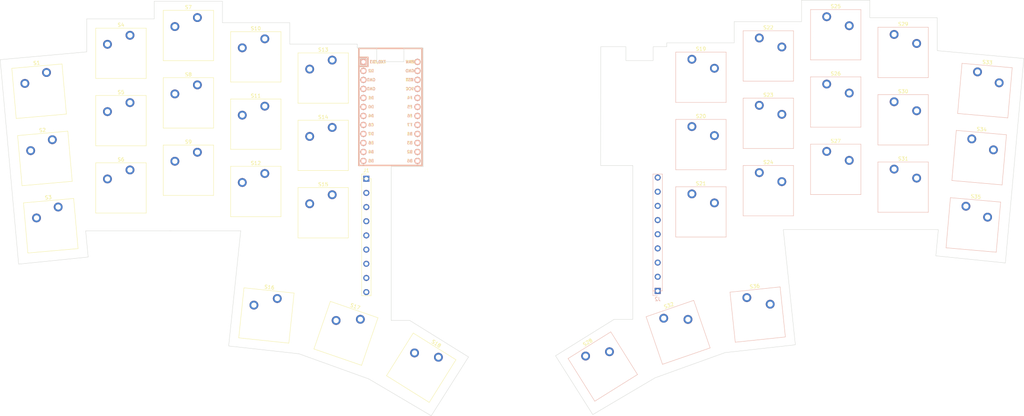
<source format=kicad_pcb>
(kicad_pcb (version 20221018) (generator pcbnew)
  (layers (0 "F.Cu" signal) (31 "B.Cu" signal) (34 "B.Paste" user) (35 "F.Paste" user) (36 "B.SilkS" user "B.Silkscreen") (37 "F.SilkS" user "F.Silkscreen") (38 "B.Mask" user) (39 "F.Mask" user) (44 "Edge.Cuts" user))
  (net 0 "")
  (net 1 "R4")
  (net 2 "Net-(D1-A)")
  (net 3 "Net-(D2-A)")
  (net 4 "Net-(D3-A)")
  (net 5 "Net-(D4-A)")
  (net 7 "Net-(D5-A)")
  (net 8 "R3")
  (net 9 "Net-(D6-A)")
  (net 10 "Net-(D7-A)")
  (net 11 "Net-(D8-A)")
  (net 12 "Net-(D9-A)")
  (net 13 "Net-(D10-A)")
  (net 14 "R2")
  (net 15 "Net-(D11-A)")
  (net 16 "Net-(D12-A)")
  (net 17 "Net-(D13-A)")
  (net 18 "Net-(D14-A)")
  (net 19 "Net-(D15-A)")
  (net 20 "R1")
  (net 21 "Net-(D16-A)")
  (net 22 "Net-(D17-A)")
  (net 23 "Net-(D18-A)")
  (net 24 "Net-(D19-A)")
  (net 25 "Net-(D20-A)")
  (net 26 "Net-(D21-A)")
  (net 27 "Net-(D22-A)")
  (net 28 "Net-(D23-A)")
  (net 29 "Net-(D24-A)")
  (net 30 "Net-(D25-A)")
  (net 31 "Net-(D26-A)")
  (net 32 "Net-(D27-A)")
  (net 33 "Net-(D28-A)")
  (net 34 "Net-(D29-A)")
  (net 35 "Net-(D30-A)")
  (net 36 "Net-(D31-A)")
  (net 37 "Net-(D32-A)")
  (net 38 "Net-(D33-A)")
  (net 39 "Net-(D34-A)")
  (net 40 "Net-(D35-A)")
  (net 41 "Net-(D36-A)")
  (net 42 "C6")
  (net 43 "C7")
  (net 44 "C8")
  (net 45 "C9")
  (net 46 "C10")
  (net 47 "C1")
  (net 48 "C2")
  (net 49 "C3")
  (net 50 "C4")
  (net 51 "C5")
  (footprint "Switch_Keyboard_Cherry_MX:SW_Cherry_MX_PCB_1.00u" (layer "F.Cu") (at 61.847381 70.603631)
    (fp_text reference "S8" (at 0 -8) (layer "F.SilkS"))
    (fp_text value "SW_Push")
    (pad "" np_thru_hole circle (at -5.08 0) (size 1.75 1.75) (drill 1.75) (layers "*.Cu" "*.Mask"))
    (pad "" np_thru_hole circle (at 0 0) (size 4 4) (drill 4) (layers "*.Cu" "*.Mask"))
    (pad "" np_thru_hole circle (at 5.08 0) (size 1.75 1.75) (drill 1.75) (layers "*.Cu" "*.Mask"))
    (pad "1" thru_hole circle (at -3.81 -2.54) (size 2.5 2.5) (drill 1.5) (layers "*.Cu" "B.Mask") (net 49 "C3"))
    (pad "2" thru_hole circle (at 2.54 -5.08) (size 2.5 2.5) (drill 1.5) (layers "*.Cu" "B.Mask") (net 11 "Net-(D8-A)"))
  )
  (footprint "Switch_Keyboard_Cherry_MX:SW_Cherry_MX_PCB_1.00u" (layer "F.Cu") (at 80.847381 76.603631)
    (fp_text reference "S11" (at 0 -8) (layer "F.SilkS"))
    (fp_text value "SW_Push")
    (pad "" np_thru_hole circle (at -5.08 0) (size 1.75 1.75) (drill 1.75) (layers "*.Cu" "*.Mask"))
    (pad "" np_thru_hole circle (at 0 0) (size 4 4) (drill 4) (layers "*.Cu" "*.Mask"))
    (pad "" np_thru_hole circle (at 5.08 0) (size 1.75 1.75) (drill 1.75) (layers "*.Cu" "*.Mask"))
    (pad "1" thru_hole circle (at -3.81 -2.54) (size 2.5 2.5) (drill 1.5) (layers "*.Cu" "B.Mask") (net 50 "C4"))
    (pad "2" thru_hole circle (at 2.54 -5.08) (size 2.5 2.5) (drill 1.5) (layers "*.Cu" "B.Mask") (net 12 "Net-(D9-A)"))
  )
  (footprint "Switch_Keyboard_Cherry_MX:SW_Cherry_MX_PCB_1.00u" (layer "F.Cu") (at 21.41117 86.275179 5)
    (fp_text reference "S2" (at 0 -8 5) (layer "F.SilkS"))
    (fp_text value "SW_Push")
    (pad "" np_thru_hole circle (at -5.08 0 5) (size 1.75 1.75) (drill 1.75) (layers "*.Cu" "*.Mask"))
    (pad "" np_thru_hole circle (at 0 0 5) (size 4 4) (drill 4) (layers "*.Cu" "*.Mask"))
    (pad "" np_thru_hole circle (at 5.08 0 5) (size 1.75 1.75) (drill 1.75) (layers "*.Cu" "*.Mask"))
    (pad "1" thru_hole circle (at -3.81 -2.54 5) (size 2.5 2.5) (drill 1.5) (layers "*.Cu" "B.Mask") (net 47 "C1"))
    (pad "2" thru_hole circle (at 2.54 -5.08 5) (size 2.5 2.5) (drill 1.5) (layers "*.Cu" "B.Mask") (net 9 "Net-(D6-A)"))
  )
  (footprint "Switch_Keyboard_Cherry_MX:SW_Cherry_MX_PCB_1.00u" (layer "F.Cu") (at 42.847381 75.603631)
    (fp_text reference "S5" (at 0 -8) (layer "F.SilkS"))
    (fp_text value "SW_Push")
    (pad "" np_thru_hole circle (at -5.08 0) (size 1.75 1.75) (drill 1.75) (layers "*.Cu" "*.Mask"))
    (pad "" np_thru_hole circle (at 0 0) (size 4 4) (drill 4) (layers "*.Cu" "*.Mask"))
    (pad "" np_thru_hole circle (at 5.08 0) (size 1.75 1.75) (drill 1.75) (layers "*.Cu" "*.Mask"))
    (pad "1" thru_hole circle (at -3.81 -2.54) (size 2.5 2.5) (drill 1.5) (layers "*.Cu" "B.Mask") (net 48 "C2"))
    (pad "2" thru_hole circle (at 2.54 -5.08) (size 2.5 2.5) (drill 1.5) (layers "*.Cu" "B.Mask") (net 10 "Net-(D7-A)"))
  )
  (footprint "Switch_Keyboard_Cherry_MX:SW_Cherry_MX_PCB_1.00u" (layer "F.Cu") (at 42.847381 94.603631)
    (fp_text reference "S6" (at 0 -8) (layer "F.SilkS"))
    (fp_text value "SW_Push")
    (pad "" np_thru_hole circle (at -5.08 0) (size 1.75 1.75) (drill 1.75) (layers "*.Cu" "*.Mask"))
    (pad "" np_thru_hole circle (at 0 0) (size 4 4) (drill 4) (layers "*.Cu" "*.Mask"))
    (pad "" np_thru_hole circle (at 5.08 0) (size 1.75 1.75) (drill 1.75) (layers "*.Cu" "*.Mask"))
    (pad "1" thru_hole circle (at -3.81 -2.54) (size 2.5 2.5) (drill 1.5) (layers "*.Cu" "B.Mask") (net 48 "C2"))
    (pad "2" thru_hole circle (at 2.54 -5.08) (size 2.5 2.5) (drill 1.5) (layers "*.Cu" "B.Mask") (net 16 "Net-(D12-A)"))
  )
  (footprint "Switch_Keyboard_Cherry_MX:SW_Cherry_MX_PCB_1.00u" (layer "F.Cu") (at 19.773893 67.305414 5)
    (fp_text reference "S1" (at 0 -8 5) (layer "F.SilkS"))
    (fp_text value "SW_Push")
    (pad "" np_thru_hole circle (at -5.08 0 5) (size 1.75 1.75) (drill 1.75) (layers "*.Cu" "*.Mask"))
    (pad "" np_thru_hole circle (at 0 0 5) (size 4 4) (drill 4) (layers "*.Cu" "*.Mask"))
    (pad "" np_thru_hole circle (at 5.08 0 5) (size 1.75 1.75) (drill 1.75) (layers "*.Cu" "*.Mask"))
    (pad "1" thru_hole circle (at -3.81 -2.54 5) (size 2.5 2.5) (drill 1.5) (layers "*.Cu" "B.Mask") (net 47 "C1"))
    (pad "2" thru_hole circle (at 2.54 -5.08 5) (size 2.5 2.5) (drill 1.5) (layers "*.Cu" "B.Mask") (net 2 "Net-(D1-A)"))
  )
  (footprint "Switch_Keyboard_Cherry_MX:SW_Cherry_MX_PCB_1.00u" (layer "F.Cu") (at 61.847381 51.603631)
    (fp_text reference "S7" (at 0 -8) (layer "F.SilkS"))
    (fp_text value "SW_Push")
    (pad "" np_thru_hole circle (at -5.08 0) (size 1.75 1.75) (drill 1.75) (layers "*.Cu" "*.Mask"))
    (pad "" np_thru_hole circle (at 0 0) (size 4 4) (drill 4) (layers "*.Cu" "*.Mask"))
    (pad "" np_thru_hole circle (at 5.08 0) (size 1.75 1.75) (drill 1.75) (layers "*.Cu" "*.Mask"))
    (pad "1" thru_hole circle (at -3.81 -2.54) (size 2.5 2.5) (drill 1.5) (layers "*.Cu" "B.Mask") (net 49 "C3"))
    (pad "2" thru_hole circle (at 2.54 -5.08) (size 2.5 2.5) (drill 1.5) (layers "*.Cu" "B.Mask") (net 4 "Net-(D3-A)"))
  )
  (footprint "Switch_Keyboard_Cherry_MX:SW_Cherry_MX_PCB_1.00u" (layer "F.Cu") (at 83.842328 130.592039 -6)
    (fp_text reference "S16" (at 0 -8 174) (layer "F.SilkS"))
    (fp_text value "SW_Push")
    (pad "" np_thru_hole circle (at -5.08 0 354) (size 1.75 1.75) (drill 1.75) (layers "*.Cu" "*.Mask"))
    (pad "" np_thru_hole circle (at 0 0 354) (size 4 4) (drill 4) (layers "*.Cu" "*.Mask"))
    (pad "" np_thru_hole circle (at 5.08 0 354) (size 1.75 1.75) (drill 1.75) (layers "*.Cu" "*.Mask"))
    (pad "1" thru_hole circle (at -3.81 -2.54 354) (size 2.5 2.5) (drill 1.5) (layers "*.Cu" "B.Mask") (net 49 "C3"))
    (pad "2" thru_hole circle (at 2.54 -5.08 354) (size 2.5 2.5) (drill 1.5) (layers "*.Cu" "B.Mask") (net 21 "Net-(D16-A)"))
  )
  (footprint "Switch_Keyboard_Cherry_MX:SW_Cherry_MX_PCB_1.00u" (layer "F.Cu") (at 80.847381 57.603631)
    (fp_text reference "S10" (at 0 -8) (layer "F.SilkS"))
    (fp_text value "SW_Push")
    (pad "" np_thru_hole circle (at -5.08 0) (size 1.75 1.75) (drill 1.75) (layers "*.Cu" "*.Mask"))
    (pad "" np_thru_hole circle (at 0 0) (size 4 4) (drill 4) (layers "*.Cu" "*.Mask"))
    (pad "" np_thru_hole circle (at 5.08 0) (size 1.75 1.75) (drill 1.75) (layers "*.Cu" "*.Mask"))
    (pad "1" thru_hole circle (at -3.81 -2.54) (size 2.5 2.5) (drill 1.5) (layers "*.Cu" "B.Mask") (net 50 "C4"))
    (pad "2" thru_hole circle (at 2.54 -5.08) (size 2.5 2.5) (drill 1.5) (layers "*.Cu" "B.Mask") (net 5 "Net-(D4-A)"))
  )
  (footprint "Switch_Keyboard_Cherry_MX:SW_Cherry_MX_PCB_1.00u" (layer "F.Cu") (at 127.475976 145.33504 -32)
    (fp_text reference "S18" (at 0 -8 148) (layer "F.SilkS"))
    (fp_text value "SW_Push")
    (pad "" np_thru_hole circle (at -5.08 0 328) (size 1.75 1.75) (drill 1.75) (layers "*.Cu" "*.Mask"))
    (pad "" np_thru_hole circle (at 0 0 328) (size 4 4) (drill 4) (layers "*.Cu" "*.Mask"))
    (pad "" np_thru_hole circle (at 5.08 0 328) (size 1.75 1.75) (drill 1.75) (layers "*.Cu" "*.Mask"))
    (pad "1" thru_hole circle (at -3.81 -2.54 328) (size 2.5 2.5) (drill 1.5) (layers "*.Cu" "B.Mask") (net 51 "C5"))
    (pad "2" thru_hole circle (at 2.54 -5.08 328) (size 2.5 2.5) (drill 1.5) (layers "*.Cu" "B.Mask") (net 23 "Net-(D18-A)"))
  )
  (footprint "Switch_Keyboard_Cherry_MX:SW_Cherry_MX_PCB_1.00u" (layer "F.Cu") (at 42.847381 56.603631)
    (fp_text reference "S4" (at 0 -8) (layer "F.SilkS"))
    (fp_text value "SW_Push")
    (pad "" np_thru_hole circle (at -5.08 0) (size 1.75 1.75) (drill 1.75) (layers "*.Cu" "*.Mask"))
    (pad "" np_thru_hole circle (at 0 0) (size 4 4) (drill 4) (layers "*.Cu" "*.Mask"))
    (pad "" np_thru_hole circle (at 5.08 0) (size 1.75 1.75) (drill 1.75) (layers "*.Cu" "*.Mask"))
    (pad "1" thru_hole circle (at -3.81 -2.54) (size 2.5 2.5) (drill 1.5) (layers "*.Cu" "B.Mask") (net 48 "C2"))
    (pad "2" thru_hole circle (at 2.54 -5.08) (size 2.5 2.5) (drill 1.5) (layers "*.Cu" "B.Mask") (net 3 "Net-(D2-A)"))
  )
  (footprint "Switch_Keyboard_Cherry_MX:SW_Cherry_MX_PCB_1.00u" (layer "F.Cu") (at 106.260952 135.641185 -19)
    (fp_text reference "S17" (at 0 -8 161) (layer "F.SilkS"))
    (fp_text value "SW_Push")
    (pad "" np_thru_hole circle (at -5.08 0 341) (size 1.75 1.75) (drill 1.75) (layers "*.Cu" "*.Mask"))
    (pad "" np_thru_hole circle (at 0 0 341) (size 4 4) (drill 4) (layers "*.Cu" "*.Mask"))
    (pad "" np_thru_hole circle (at 5.08 0 341) (size 1.75 1.75) (drill 1.75) (layers "*.Cu" "*.Mask"))
    (pad "1" thru_hole circle (at -3.81 -2.54 341) (size 2.5 2.5) (drill 1.5) (layers "*.Cu" "B.Mask") (net 50 "C4"))
    (pad "2" thru_hole circle (at 2.54 -5.08 341) (size 2.5 2.5) (drill 1.5) (layers "*.Cu" "B.Mask") (net 22 "Net-(D17-A)"))
  )
  (footprint "MX:1x9 4mm" (layer "F.Cu") (at 112 92)
    (fp_text reference "J1" (at 0 -2.33) (layer "F.SilkS"))
    (fp_text value "Conn_01x09")
    (pad "1" thru_hole rect (at 0 0) (size 1.7 1.7) (drill 1) (layers "*.Cu" "*.Mask") (net 20 "R1"))
    (pad "2" thru_hole oval (at 0 4) (size 1.7 1.7) (drill 1) (layers "*.Cu" "*.Mask") (net 14 "R2"))
    (pad "3" thru_hole oval (at 0 8) (size 1.7 1.7) (drill 1) (layers "*.Cu" "*.Mask") (net 8 "R3"))
    (pad "4" thru_hole oval (at 0 12) (size 1.7 1.7) (drill 1) (layers "*.Cu" "*.Mask") (net 1 "R4"))
    (pad "5" thru_hole oval (at 0 16) (size 1.7 1.7) (drill 1) (layers "*.Cu" "*.Mask") (net 42 "C6"))
    (pad "6" thru_hole oval (at 0 20) (size 1.7 1.7) (drill 1) (layers "*.Cu" "*.Mask") (net 43 "C7"))
    (pad "7" thru_hole oval (at 0 24) (size 1.7 1.7) (drill 1) (layers "*.Cu" "*.Mask") (net 44 "C8"))
    (pad "8" thru_hole oval (at 0 28) (size 1.7 1.7) (drill 1) (layers "*.Cu" "*.Mask") (net 45 "C9"))
    (pad "9" thru_hole oval (at 0 32) (size 1.7 1.7) (drill 1) (layers "*.Cu" "*.Mask") (net 46 "C10"))
  )
  (footprint "Switch_Keyboard_Cherry_MX:SW_Cherry_MX_PCB_1.00u" (layer "F.Cu") (at 23.059801 105.263719 5)
    (fp_text reference "S3" (at 0 -8 5) (layer "F.SilkS"))
    (fp_text value "SW_Push")
    (pad "" np_thru_hole circle (at -5.08 0 5) (size 1.75 1.75) (drill 1.75) (layers "*.Cu" "*.Mask"))
    (pad "" np_thru_hole circle (at 0 0 5) (size 4 4) (drill 4) (layers "*.Cu" "*.Mask"))
    (pad "" np_thru_hole circle (at 5.08 0 5) (size 1.75 1.75) (drill 1.75) (layers "*.Cu" "*.Mask"))
    (pad "1" thru_hole circle (at -3.81 -2.54 5) (size 2.5 2.5) (drill 1.5) (layers "*.Cu" "B.Mask") (net 47 "C1"))
    (pad "2" thru_hole circle (at 2.54 -5.08 5) (size 2.5 2.5) (drill 1.5) (layers "*.Cu" "B.Mask") (net 15 "Net-(D11-A)"))
  )
  (footprint "Switch_Keyboard_Cherry_MX:SW_Cherry_MX_PCB_1.00u" (layer "F.Cu") (at 99.847381 82.603631)
    (fp_text reference "S14" (at 0 -8) (layer "F.SilkS"))
    (fp_text value "SW_Push")
    (pad "" np_thru_hole circle (at -5.08 0) (size 1.75 1.75) (drill 1.75) (layers "*.Cu" "*.Mask"))
    (pad "" np_thru_hole circle (at 0 0) (size 4 4) (drill 4) (layers "*.Cu" "*.Mask"))
    (pad "" np_thru_hole circle (at 5.08 0) (size 1.75 1.75) (drill 1.75) (layers "*.Cu" "*.Mask"))
    (pad "1" thru_hole circle (at -3.81 -2.54) (size 2.5 2.5) (drill 1.5) (layers "*.Cu" "B.Mask") (net 51 "C5"))
    (pad "2" thru_hole circle (at 2.54 -5.08) (size 2.5 2.5) (drill 1.5) (layers "*.Cu" "B.Mask") (net 13 "Net-(D10-A)"))
  )
  (footprint "Keebio-Parts:ArduinoProMicro" (layer "F.Cu") (at 118.8 73 -90)
    (fp_text reference "U2" hide)
    (fp_text value "ProMicro" hide)
    (fp_text user "F5" (at -1.27 -5.461) (layer "B.SilkS") (effects (font (size 0.8 0.8)) (justify mirror)))
    (fp_text user "VCC" (at -6.35 -5.461) (layer "B.SilkS") (effects (font (size 0.8 0.8)) (justify mirror)))
    (fp_text user "E6" (at 8.89 5.461) (layer "B.SilkS") (effects (font (size 0.8 0.8)) (justify mirror)))
    (fp_text user "F4" (at -3.81 -5.461) (layer "B.SilkS") (effects (font (size 0.8 0.8)) (justify mirror)))
    (fp_text user "F7" (at 3.81 -5.461) (layer "B.SilkS") (effects (font (size 0.8 0.8)) (justify mirror)))
    (fp_text user "C6" (at 3.81 5.461) (layer "B.SilkS") (effects (font (size 0.8 0.8)) (justify mirror)))
    (fp_text user "ST" (at -8.91 -5.04) (layer "B.SilkS") (effects (font (size 0.8 0.8)) (justify mirror)))
    (fp_text user "B3" (at 8.89 -5.461) (layer "B.SilkS") (effects (font (size 0.8 0.8)) (justify mirror)))
    (fp_text user "B4" (at 11.43 5.461) (layer "B.SilkS") (effects (font (size 0.8 0.8)) (justify mirror)))
    (fp_text user "F6" (at 1.27 -5.461) (layer "B.SilkS") (effects (font (size 0.8 0.8)) (justify mirror)))
    (fp_text user "D4" (at 1.27 5.461) (layer "B.SilkS") (effects (font (size 0.8 0.8)) (justify mirror)))
    (fp_text user "RAW" (at -13.97 -5.461) (layer "B.SilkS") (effects (font (size 0.8 0.8)) (justify mirror)))
    (fp_text user "D0" (at -1.27 5.461) (layer "B.SilkS") (effects (font (size 0.8 0.8)) (justify mirror)))
    (fp_text user "D7" (at 6.35 5.461) (layer "B.SilkS") (effects (font (size 0.8 0.8)) (justify mirror)))
    (fp_text user "B5" (at 13.97 5.461) (layer "B.SilkS") (effects (font (size 0.8 0.8)) (justify mirror)))
    (fp_text user "GND" (at -6.35 5.461) (layer "B.SilkS") (effects (font (size 0.8 0.8)) (justify mirror)))
    (fp_text user "B1" (at 6.35 -5.461) (layer "B.SilkS") (effects (font (size 0.8 0.8)) (justify mirror)))
    (fp_text user "D1" (at -3.81 5.461) (layer "B.SilkS") (effects (font (size 0.8 0.8)) (justify mirror)))
    (fp_text user "TX0/D3" (at -13.97 3.571872) (layer "B.SilkS") (effects (font (size 0.8 0.8)) (justify mirror)))
    (fp_text user "GND" (at -11.43 -5.461) (layer "B.SilkS") (effects (font (size 0.8 0.8)) (justify mirror)))
    (fp_text user "GND" (at -8.89 5.461) (layer "B.SilkS") (effects (font (size 0.8 0.8)) (justify mirror)))
    (fp_text user "B6" (at 13.97 -5.461) (layer "B.SilkS") (effects (font (size 0.8 0.8)) (justify mirror)))
    (fp_text user "D2" (at -11.43 5.461) (layer "B.SilkS") (effects (font (size 0.8 0.8)) (justify mirror)))
    (fp_text user "B2" (at 11.43 -5.461) (layer "B.SilkS") (effects (font (size 0.8 0.8)) (justify mirror)))
    (fp_text user "F6" (at 1.27 -5.461) (layer "F.SilkS") (effects (font (size 0.8 0.8))))
    (fp_text user "B4" (at 11.43 5.461) (layer "F.SilkS") (effects (font (size 0.8 0.8))))
    (fp_text user "B1" (at 6.35 -5.461) (layer "F.SilkS") (effects (font (size 0.8 0.8))))
    (fp_text user "B0" (at -13.97 -6.35) (layer "F.SilkS") (effects (font (size 0.8 0.8))))
    (fp_text user "VCC" (at -6.35 -5.461) (layer "F.SilkS") (effects (font (size 0.8 0.8))))
    (fp_text user "F5" (at -1.27 -5.461) (layer "F.SilkS") (effects (font (size 0.8 0.8))))
    (fp_text user "RAW" (at -13.97 -5.461) (layer "F.SilkS") (effects (font (size 0.8 0.8))))
    (fp_text user "TX0/D3" (at -13.97 3.571872) (layer "F.SilkS") (effects (font (size 0.8 0.8))))
    (fp_text user "D7" (at 6.35 5.461) (layer "F.SilkS") (effects (font (size 0.8 0.8))))
    (fp_text user "GND" (at -11.43 -5.461) (layer "F.SilkS") (effects (font (size 0.8 0.8))))
    (fp_text user "ST" (at -8.92 -5.73312) (layer "F.SilkS") (effects (font (size 0.8 0.8))))
    (fp_text user "B2" (at 11.43 -5.461) (layer "F.SilkS") (effects (font (size 0.8 0.8))))
    (fp_text user "B3" (at 8.89 -5.461) (layer "F.SilkS") (effects (font (size 0.8 0.8))))
    (fp_text user "D2" (at -11.43 5.461) (layer "F.SilkS") (effects (font (size 0.8 0.8))))
    (fp_text user "GND" (at -8.89 5.461) (layer "F.SilkS") (effects (font (size 0.8 0.8))))
    (fp_text user "D4" (at 1.27 5.461) (layer "F.SilkS") (effects (font (size 0.8 0.8))))
    (fp_text user "D1" (at -3.81 5.461) (layer "F.SilkS") (effects (font (size 0.8 0.8))))
    (fp_text user "B6" (at 13.97 -5.461) (layer "F.SilkS") (effects (font (size 0.8 0.8))))
    (fp_text user "F4" (at -3.81 -5.461) (layer "F.SilkS") (effects (font (size 0.8 0.8))))
    (fp_text user "B5" (at 13.97 5.461) (layer "F.SilkS") (effects (font (size 0.8 0.8))))
    (fp_text user "F7" (at 3.81 -5.461) (layer "F.SilkS") (effects (font (size 0.8 0.8))))
    (fp_text user "GND" (at -6.35 5.461) (layer "F.SilkS") (effects (font (size 0.8 0.8))))
    (fp_text user "C6" (at 3.81 5.461) (layer "F.SilkS") (effects (font (size 0.8 0.8))))
    (fp_text user "E6" (at 8.89 5.461) (layer "F.SilkS") (effects (font (size 0.8 0.8))))
    (fp_text user "D0" (at -1.27 5.461) (layer "F.SilkS") (effects (font (size 0.8 0.8))))
    (pad "1" thru_hole rect (at -13.97 7.62 270) (size 1.7526 1.7526) (drill 1.0922) (layers "*.Cu" "*.SilkS" "*.Mask") (net 47 "C1"))
    (pad "2" thru_hole circle (at -11.43 7.62 270) (size 1.7526 1.7526) (drill 1.0922) (layers "*.Cu" "*.SilkS" "*.Mask") (net 48 "C2"))
    (pad "3" thru_hole circle (at -8.89 7.62 270) (size 1.7526 1.7526) (drill 1.0922) (layers "*.Cu" "*.SilkS" "*.Mask"))
    (pad "4" thru_hole circle (at -6.35 7.62 270) (size 1.7526 1.7526) (drill 1.0922) (layers "*.Cu" "*.SilkS" "*.Mask"))
    (pad "5" thru_hole circle (at -3.81 7.62 270) (size 1.7526 1.7526) (drill 1.0922) (layers "*.Cu" "*.SilkS" "*.Mask") (net 49 "C3"))
    (pad "6" thru_hole circle (at -1.27 7.62 270) (size 1.7526 1.7526) (drill 1.0922) (layers "*.Cu" "*.SilkS" "*.Mask") (net 50 "C4"))
    (pad "7" thru_hole circle (at 1.27 7.62 270) (size 1.7526 1.7526) (drill 1.0922) (layers "*.Cu" "*.SilkS" "*.Mask") (net 51 "C5"))
    (pad "8" thru_hole circle (at 3.81 7.62 270) (size 1.7526 1.7526) (drill 1.0922) (layers "*.Cu" "*.SilkS" "*.Mask") (net 42 "C6"))
    (pad "9" thru_hole circle (at 6.35 7.62 270) (size 1.7526 1.7526) (drill 1.0922) (layers "*.Cu" "*.SilkS" "*.Mask") (net 43 "C7"))
    (pad "10" thru_hole circle (at 8.89 7.62 270) (size 1.7526 1.7526) (drill 1.0922) (layers "*.Cu" "*.SilkS" "*.Mask") (net 44 "C8"))
    (pad "11" thru_hole circle (at 11.43 7.62 270) (size 1.7526 1.7526) (drill 1.0922) (layers "*.Cu" "*.SilkS" "*.Mask") (net 45 "C9"))
    (pad "12" thru_hole circle (at 13.97 7.62 270) (size 1.7526 1.7526) (drill 1.0922) (layers "*.Cu" "*.SilkS" "*.Mask") (net 46 "C10"))
    (pad "13" thru_hole circle (at 13.97 -7.62 270) (size 1.7526 1.7526) (drill 1.0922) (layers "*.Cu" "*.SilkS" "*.Mask") (net 20 "R1"))
    (pad "14" thru_hole circle (at 11.43 -7.62 270) (size 1.7526 1.7526) (drill 1.0922) (layers "*.Cu" "*.SilkS" "*.Mask") (net 14 "R2"))
    (pad "15" thru_hole circle (at 8.89 -7.62 270) (size 1.7526 1.7526) (drill 1.0922) (layers "*.Cu" "*.SilkS" "*.Mask") (net 8 "R3"))
    (pad "16" thru_hole circle (at 6.35 -7.62 270) (size 1.7526 1.7526) (drill 1.0922) (layers "*.Cu" "*.SilkS" "*.Mask") (net 1 "R4"))
    (pad "17" thru_hole circle (at 3.81 -7.62 270) (size 1.7526 1.7526) (drill 1.0922) (layers "*.Cu" "*.SilkS" "*.Mask"))
    (pad "18" thru_hole circle (at 1.27 -7.62 270) (size 1.7526 1.7526) (drill 1.0922) (layers "*.Cu" "*.SilkS" "*.Mask"))
    (pad "19" thru_hole circle (at -1.27 -7.62 270) (size 1.7526 1.7526) (drill 1.0922) (layers "*.Cu" "*.SilkS" "*.Mask"))
    (pad "20" thru_hole circle (at -3.81 -7.62 270) (size 1.7526 1.7526) (drill 1.0922) (layers "*.Cu" "*.SilkS" "*.Mask"))
    (pad "21" thru_hole circle (at -6.35 -7.62 270) (size 1.7526 1.7526) (drill 1.0922) (layers "*.Cu" "*.SilkS" "*.Mask"))
    (pad "22" thru_hole circle (at -8.89 -7.62 270) (size 1.7526 1.7526) (drill 1.0922) (layers "*.Cu" "*.SilkS" "*.Mask"))
    (pad "23" thru_hole circle (at -11.43 -7.62 270) (size 1.7526 1.7526) (drill 1.0922) (layers "*.Cu" "*.SilkS" "*.Mask"))
    (pad "24" thru_hole circle (at -13.97 -7.62 270) (size 1.7526 1.7526) (drill 1.0922) (layers "*.Cu" "*.SilkS" "*.Mask"))
  )
  (footprint "Switch_Keyboard_Cherry_MX:SW_Cherry_MX_PCB_1.00u" (layer "F.Cu") (at 99.847381 63.603631)
    (fp_text reference "S13" (at 0 -8) (layer "F.SilkS"))
    (fp_text value "SW_Push")
    (pad "" np_thru_hole circle (at -5.08 0) (size 1.75 1.75) (drill 1.75) (layers "*.Cu" "*.Mask"))
    (pad "" np_thru_hole circle (at 0 0) (size 4 4) (drill 4) (layers "*.Cu" "*.Mask"))
    (pad "" np_thru_hole circle (at 5.08 0) (size 1.75 1.75) (drill 1.75) (layers "*.Cu" "*.Mask"))
    (pad "1" thru_hole circle (at -3.81 -2.54) (size 2.5 2.5) (drill 1.5) (layers "*.Cu" "B.Mask") (net 51 "C5"))
    (pad "2" thru_hole circle (at 2.54 -5.08) (size 2.5 2.5) (drill 1.5) (layers "*.Cu" "B.Mask") (net 7 "Net-(D5-A)"))
  )
  (footprint "Switch_Keyboard_Cherry_MX:SW_Cherry_MX_PCB_1.00u" (layer "F.Cu") (at 80.847381 95.603631)
    (fp_text reference "S12" (at 0 -8) (layer "F.SilkS"))
    (fp_text value "SW_Push")
    (pad "" np_thru_hole circle (at -5.08 0) (size 1.75 1.75) (drill 1.75) (layers "*.Cu" "*.Mask"))
    (pad "" np_thru_hole circle (at 0 0) (size 4 4) (drill 4) (layers "*.Cu" "*.Mask"))
    (pad "" np_thru_hole circle (at 5.08 0) (size 1.75 1.75) (drill 1.75) (layers "*.Cu" "*.Mask"))
    (pad "1" thru_hole circle (at -3.81 -2.54) (size 2.5 2.5) (drill 1.5) (layers "*.Cu" "B.Mask") (net 50 "C4"))
    (pad "2" thru_hole circle (at 2.54 -5.08) (size 2.5 2.5) (drill 1.5) (layers "*.Cu" "B.Mask") (net 18 "Net-(D14-A)"))
  )
  (footprint "Switch_Keyboard_Cherry_MX:SW_Cherry_MX_PCB_1.00u" (layer "F.Cu") (at 61.847381 89.603631)
    (fp_text reference "S9" (at 0 -8) (layer "F.SilkS"))
    (fp_text value "SW_Push")
    (pad "" np_thru_hole circle (at -5.08 0) (size 1.75 1.75) (drill 1.75) (layers "*.Cu" "*.Mask"))
    (pad "" np_thru_hole circle (at 0 0) (size 4 4) (drill 4) (layers "*.Cu" "*.Mask"))
    (pad "" np_thru_hole circle (at 5.08 0) (size 1.75 1.75) (drill 1.75) (layers "*.Cu" "*.Mask"))
    (pad "1" thru_hole circle (at -3.81 -2.54) (size 2.5 2.5) (drill 1.5) (layers "*.Cu" "B.Mask") (net 49 "C3"))
    (pad "2" thru_hole circle (at 2.54 -5.08) (size 2.5 2.5) (drill 1.5) (layers "*.Cu" "B.Mask") (net 17 "Net-(D13-A)"))
  )
  (footprint "Switch_Keyboard_Cherry_MX:SW_Cherry_MX_PCB_1.00u" (layer "F.Cu") (at 99.847381 101.603631)
    (fp_text reference "S15" (at 0 -8) (layer "F.SilkS"))
    (fp_text value "SW_Push")
    (pad "" np_thru_hole circle (at -5.08 0) (size 1.75 1.75) (drill 1.75) (layers "*.Cu" "*.Mask"))
    (pad "" np_thru_hole circle (at 0 0) (size 4 4) (drill 4) (layers "*.Cu" "*.Mask"))
    (pad "" np_thru_hole circle (at 5.08 0) (size 1.75 1.75) (drill 1.75) (layers "*.Cu" "*.Mask"))
    (pad "1" thru_hole circle (at -3.81 -2.54) (size 2.5 2.5) (drill 1.5) (layers "*.Cu" "B.Mask") (net 51 "C5"))
    (pad "2" thru_hole circle (at 2.54 -5.08) (size 2.5 2.5) (drill 1.5) (layers "*.Cu" "B.Mask") (net 19 "Net-(D15-A)"))
  )
  (footprint "Switch_Keyboard_Cherry_MX:SW_Cherry_MX_PCB_1.00u" (layer "B.Cu") (at 263.304012 94.364039 180)
    (fp_text reference "S31" (at 0 8) (layer "F.SilkS"))
    (fp_text value "SW_Push")
    (pad "" np_thru_hole circle (at -5.08 0 180) (size 1.75 1.75) (drill 1.75) (layers "*.Cu" "*.Mask"))
    (pad "" np_thru_hole circle (at 0 0 180) (size 4 4) (drill 4) (layers "*.Cu" "*.Mask"))
    (pad "" np_thru_hole circle (at 5.08 0 180) (size 1.75 1.75) (drill 1.75) (layers "*.Cu" "*.Mask"))
    (pad "1" thru_hole circle (at -3.81 2.54 180) (size 2.5 2.5) (drill 1.5) (layers "*.Cu" "F.Mask") (net 45 "C9"))
    (pad "2" thru_hole circle (at 2.54 5.08 180) (size 2.5 2.5) (drill 1.5) (layers "*.Cu" "F.Mask") (net 35 "Net-(D30-A)"))
  )
  (footprint "Switch_Keyboard_Cherry_MX:SW_Cherry_MX_PCB_1.00u" (layer "B.Cu") (at 225.304012 57.364039 180)
    (fp_text reference "S22" (at 0 8) (layer "F.SilkS"))
    (fp_text value "SW_Push")
    (pad "" np_thru_hole circle (at -5.08 0 180) (size 1.75 1.75) (drill 1.75) (layers "*.Cu" "*.Mask"))
    (pad "" np_thru_hole circle (at 0 0 180) (size 4 4) (drill 4) (layers "*.Cu" "*.Mask"))
    (pad "" np_thru_hole circle (at 5.08 0 180) (size 1.75 1.75) (drill 1.75) (layers "*.Cu" "*.Mask"))
    (pad "1" thru_hole circle (at -3.81 2.54 180) (size 2.5 2.5) (drill 1.5) (layers "*.Cu" "F.Mask") (net 43 "C7"))
    (pad "2" thru_hole circle (at 2.54 5.08 180) (size 2.5 2.5) (drill 1.5) (layers "*.Cu" "F.Mask") (net 26 "Net-(D21-A)"))
  )
  (footprint "Switch_Keyboard_Cherry_MX:SW_Cherry_MX_PCB_1.00u" (layer "B.Cu") (at 244.304012 51.364039 180)
    (fp_text reference "S25" (at 0 8) (layer "F.SilkS"))
    (fp_text value "SW_Push")
    (pad "" np_thru_hole circle (at -5.08 0 180) (size 1.75 1.75) (drill 1.75) (layers "*.Cu" "*.Mask"))
    (pad "" np_thru_hole circle (at 0 0 180) (size 4 4) (drill 4) (layers "*.Cu" "*.Mask"))
    (pad "" np_thru_hole circle (at 5.08 0 180) (size 1.75 1.75) (drill 1.75) (layers "*.Cu" "*.Mask"))
    (pad "1" thru_hole circle (at -3.81 2.54 180) (size 2.5 2.5) (drill 1.5) (layers "*.Cu" "F.Mask") (net 44 "C8"))
    (pad "2" thru_hole circle (at 2.54 5.08 180) (size 2.5 2.5) (drill 1.5) (layers "*.Cu" "F.Mask") (net 29 "Net-(D24-A)"))
  )
  (footprint "Switch_Keyboard_Cherry_MX:SW_Cherry_MX_PCB_1.00u" (layer "B.Cu") (at 178.648048 145 -148)
    (fp_text reference "S28" (at 0 8 -328) (layer "F.SilkS"))
    (fp_text value "SW_Push")
    (pad "" np_thru_hole circle (at -5.08 0 212) (size 1.75 1.75) (drill 1.75) (layers "*.Cu" "*.Mask"))
    (pad "" np_thru_hole circle (at 0 0 212) (size 4 4) (drill 4) (layers "*.Cu" "*.Mask"))
    (pad "" np_thru_hole circle (at 5.08 0 212) (size 1.75 1.75) (drill 1.75) (layers "*.Cu" "*.Mask"))
    (pad "1" thru_hole circle (at -3.81 2.54 212) (size 2.5 2.5) (drill 1.5) (layers "*.Cu" "F.Mask") (net 42 "C6"))
    (pad "2" thru_hole circle (at 2.54 5.08 212) (size 2.5 2.5) (drill 1.5) (layers "*.Cu" "F.Mask") (net 32 "Net-(D27-A)"))
  )
  (footprint "Switch_Keyboard_Cherry_MX:SW_Cherry_MX_PCB_1.00u" (layer "B.Cu") (at 284.739538 86.051285 175)
    (fp_text reference "S34" (at 0 8 175) (layer "F.SilkS"))
    (fp_text value "SW_Push")
    (pad "" np_thru_hole circle (at -5.08 0 175) (size 1.75 1.75) (drill 1.75) (layers "*.Cu" "*.Mask"))
    (pad "" np_thru_hole circle (at 0 0 175) (size 4 4) (drill 4) (layers "*.Cu" "*.Mask"))
    (pad "" np_thru_hole circle (at 5.08 0 175) (size 1.75 1.75) (drill 1.75) (layers "*.Cu" "*.Mask"))
    (pad "1" thru_hole circle (at -3.81 2.54 175) (size 2.5 2.5) (drill 1.5) (layers "*.Cu" "F.Mask") (net 46 "C10"))
    (pad "2" thru_hole circle (at 2.54 5.08 175) (size 2.5 2.5) (drill 1.5) (layers "*.Cu" "F.Mask") (net 38 "Net-(D33-A)"))
  )
  (footprint "Switch_Keyboard_Cherry_MX:SW_Cherry_MX_PCB_1.00u" (layer "B.Cu") (at 225.304012 76.364039 180)
    (fp_text reference "S23" (at 0 8) (layer "F.SilkS"))
    (fp_text value "SW_Push")
    (pad "" np_thru_hole circle (at -5.08 0 180) (size 1.75 1.75) (drill 1.75) (layers "*.Cu" "*.Mask"))
    (pad "" np_thru_hole circle (at 0 0 180) (size 4 4) (drill 4) (layers "*.Cu" "*.Mask"))
    (pad "" np_thru_hole circle (at 5.08 0 180) (size 1.75 1.75) (drill 1.75) (layers "*.Cu" "*.Mask"))
    (pad "1" thru_hole circle (at -3.81 2.54 180) (size 2.5 2.5) (drill 1.5) (layers "*.Cu" "F.Mask") (net 43 "C7"))
    (pad "2" thru_hole circle (at 2.54 5.08 180) (size 2.5 2.5) (drill 1.5) (layers "*.Cu" "F.Mask") (net 27 "Net-(D22-A)"))
  )
  (footprint "Switch_Keyboard_Cherry_MX:SW_Cherry_MX_PCB_1.00u" (layer "B.Cu") (at 263.304012 75.364039 180)
    (fp_text reference "S30" (at 0 8) (layer "F.SilkS"))
    (fp_text value "SW_Push")
    (pad "" np_thru_hole circle (at -5.08 0 180) (size 1.75 1.75) (drill 1.75) (layers "*.Cu" "*.Mask"))
    (pad "" np_thru_hole circle (at 0 0 180) (size 4 4) (drill 4) (layers "*.Cu" "*.Mask"))
    (pad "" np_thru_hole circle (at 5.08 0 180) (size 1.75 1.75) (drill 1.75) (layers "*.Cu" "*.Mask"))
    (pad "1" thru_hole circle (at -3.81 2.54 180) (size 2.5 2.5) (drill 1.5) (layers "*.Cu" "F.Mask") (net 45 "C9"))
    (pad "2" thru_hole circle (at 2.54 5.08 180) (size 2.5 2.5) (drill 1.5) (layers "*.Cu" "F.Mask") (net 34 "Net-(D29-A)"))
  )
  (footprint "Switch_Keyboard_Cherry_MX:SW_Cherry_MX_PCB_1.00u" (layer "B.Cu") (at 206.304012 63.364039 180)
    (fp_text reference "S19" (at 0 8) (layer "F.SilkS"))
    (fp_text value "SW_Push")
    (pad "" np_thru_hole circle (at -5.08 0 180) (size 1.75 1.75) (drill 1.75) (layers "*.Cu" "*.Mask"))
    (pad "" np_thru_hole circle (at 0 0 180) (size 4 4) (drill 4) (layers "*.Cu" "*.Mask"))
    (pad "" np_thru_hole circle (at 5.08 0 180) (size 1.75 1.75) (drill 1.75) (layers "*.Cu" "*.Mask"))
    (pad "1" thru_hole circle (at -3.81 2.54 180) (size 2.5 2.5) (drill 1.5) (layers "*.Cu" "F.Mask") (net 42 "C6"))
    (pad "2" thru_hole circle (at 2.54 5.08 180) (size 2.5 2.5) (drill 1.5) (layers "*.Cu" "F.Mask") (net 24 "Net-(D19-A)"))
  )
  (footprint "Switch_Keyboard_Cherry_MX:SW_Cherry_MX_PCB_1.00u" (layer "B.Cu") (at 244.304012 70.364039 180)
    (fp_text reference "S26" (at 0 8) (layer "F.SilkS"))
    (fp_text value "SW_Push")
    (pad "" np_thru_hole circle (at -5.08 0 180) (size 1.75 1.75) (drill 1.75) (layers "*.Cu" "*.Mask"))
    (pad "" np_thru_hole circle (at 0 0 180) (size 4 4) (drill 4) (layers "*.Cu" "*.Mask"))
    (pad "" np_thru_hole circle (at 5.08 0 180) (size 1.75 1.75) (drill 1.75) (layers "*.Cu" "*.Mask"))
    (pad "1" thru_hole circle (at -3.81 2.54 180) (size 2.5 2.5) (drill 1.5) (layers "*.Cu" "F.Mask") (net 44 "C8"))
    (pad "2" thru_hole circle (at 2.54 5.08 180) (size 2.5 2.5) (drill 1.5) (layers "*.Cu" "F.Mask") (net 30 "Net-(D25-A)"))
  )
  (footprint "Switch_Keyboard_Cherry_MX:SW_Cherry_MX_PCB_1.00u" (layer "B.Cu") (at 206.304012 101.364039 180)
    (fp_text reference "S21" (at 0 8) (layer "F.SilkS"))
    (fp_text value "SW_Push")
    (pad "" np_thru_hole circle (at -5.08 0 180) (size 1.75 1.75) (drill 1.75) (layers "*.Cu" "*.Mask"))
    (pad "" np_thru_hole circle (at 0 0 180) (size 4 4) (drill 4) (layers "*.Cu" "*.Mask"))
    (pad "" np_thru_hole circle (at 5.08 0 180) (size 1.75 1.75) (drill 1.75) (layers "*.Cu" "*.Mask"))
    (pad "1" thru_hole circle (at -3.81 2.54 180) (size 2.5 2.5) (drill 1.5) (layers "*.Cu" "F.Mask") (net 42 "C6"))
    (pad "2" thru_hole circle (at 2.54 5.08 180) (size 2.5 2.5) (drill 1.5) (layers "*.Cu" "F.Mask") (net 41 "Net-(D36-A)"))
  )
  (footprint "Switch_Keyboard_Cherry_MX:SW_Cherry_MX_PCB_1.00u" (layer "B.Cu") (at 199.880628 135.342953 -161)
    (fp_text reference "S32" (at 0 8 -341) (layer "F.SilkS"))
    (fp_text value "SW_Push")
    (pad "" np_thru_hole circle (at -5.08 0 199) (size 1.75 1.75) (drill 1.75) (layers "*.Cu" "*.Mask"))
    (pad "" np_thru_hole circle (at 0 0 199) (size 4 4) (drill 4) (layers "*.Cu" "*.Mask"))
    (pad "" np_thru_hole circle (at 5.08 0 199) (size 1.75 1.75) (drill 1.75) (layers "*.Cu" "*.Mask"))
    (pad "1" thru_hole circle (at -3.81 2.54 199) (size 2.5 2.5) (drill 1.5) (layers "*.Cu" "F.Mask") (net 43 "C7"))
    (pad "2" thru_hole circle (at 2.54 5.08 199) (size 2.5 2.5) (drill 1.5) (layers "*.Cu" "F.Mask") (net 36 "Net-(D31-A)"))
  )
  (footprint "MX:1x9 4mm" (layer "B.Cu") (at 194.124024 123.66496)
    (fp_text reference "J2" (at 0 2.33) (layer "B.SilkS") (effects (justify mirror)))
    (fp_text value "Conn_01x09")
    (pad "1" thru_hole rect (at 0 0) (size 1.7 1.7) (drill 1) (layers "*.Cu" "*.Mask") (net 46 "C10"))
    (pad "2" thru_hole oval (at 0 -4) (size 1.7 1.7) (drill 1) (layers "*.Cu" "*.Mask") (net 45 "C9"))
    (pad "3" thru_hole oval (at 0 -8) (size 1.7 1.7) (drill 1) (layers "*.Cu" "*.Mask") (net 44 "C8"))
    (pad "4" thru_hole oval (at 0 -12) (size 1.7 1.7) (drill 1) (layers "*.Cu" "*.Mask") (net 43 "C7"))
    (pad "5" thru_hole oval (at 0 -16) (size 1.7 1.7) (drill 1) (layers "*.Cu" "*.Mask") (net 42 "C6"))
    (pad "6" thru_hole oval (at 0 -20) (size 1.7 1.7) (drill 1) (layers "*.Cu" "*.Mask") (net 1 "R4"))
    (pad "7" thru_hole oval (at 0 -24) (size 1.7 1.7) (drill 1) (layers "*.Cu" "*.Mask") (net 8 "R3"))
    (pad "8" thru_hole oval (at 0 -28) (size 1.7 1.7) (drill 1) (layers "*.Cu" "*.Mask") (net 14 "R2"))
    (pad "9" thru_hole oval (at 0 -32) (size 1.7 1.7) (drill 1) (layers "*.Cu" "*.Mask") (net 20 "R1"))
  )
  (footprint "Switch_Keyboard_Cherry_MX:SW_Cherry_MX_PCB_1.00u" (layer "B.Cu") (at 244.304012 89.364039 180)
    (fp_text reference "S27" (at 0 8) (layer "F.SilkS"))
    (fp_text value "SW_Push")
    (pad "" np_thru_hole circle (at -5.08 0 180) (size 1.75 1.75) (drill 1.75) (layers "*.Cu" "*.Mask"))
    (pad "" np_thru_hole circle (at 0 0 180) (size 4 4) (drill 4) (layers "*.Cu" "*.Mask"))
    (pad "" np_thru_hole circle (at 5.08 0 180) (size 1.75 1.75) (drill 1.75) (layers "*.Cu" "*.Mask"))
    (pad "1" thru_hole circle (at -3.81 2.54 180) (size 2.5 2.5) (drill 1.5) (layers "*.Cu" "F.Mask") (net 44 "C8"))
    (pad "2" thru_hole circle (at 2.54 5.08 180) (size 2.5 2.5) (drill 1.5) (layers "*.Cu" "F.Mask") (net 31 "Net-(D26-A)"))
  )
  (footprint "Switch_Keyboard_Cherry_MX:SW_Cherry_MX_PCB_1.00u" (layer "B.Cu") (at 283.090907 105.039825 175)
    (fp_text reference "S35" (at 0 8 175) (layer "F.SilkS"))
    (fp_text value "SW_Push")
    (pad "" np_thru_hole circle (at -5.08 0 175) (size 1.75 1.75) (drill 1.75) (layers "*.Cu" "*.Mask"))
    (pad "" np_thru_hole circle (at 0 0 175) (size 4 4) (drill 4) (layers "*.Cu" "*.Mask"))
    (pad "" np_thru_hole circle (at 5.08 0 175) (size 1.75 1.75) (drill 1.75) (layers "*.Cu" "*.Mask"))
    (pad "1" thru_hole circle (at -3.81 2.54 175) (size 2.5 2.5) (drill 1.5) (layers "*.Cu" "F.Mask") (net 46 "C10"))
    (pad "2" thru_hole circle (at 2.54 5.08 175) (size 2.5 2.5) (drill 1.5) (layers "*.Cu" "F.Mask") (net 39 "Net-(D34-A)"))
  )
  (footprint "Switch_Keyboard_Cherry_MX:SW_Cherry_MX_PCB_1.00u" (layer "B.Cu") (at 206.304012 82.364039 180)
    (fp_text reference "S20" (at 0 8) (layer "F.SilkS"))
    (fp_text value "SW_Push")
    (pad "" np_thru_hole circle (at -5.08 0 180) (size 1.75 1.75) (drill 1.75) (layers "*.Cu" "*.Mask"))
    (pad "" np_thru_hole circle (at 0 0 180) (size 4 4) (drill 4) (layers "*.Cu" "*.Mask"))
    (pad "" np_thru_hole circle (at 5.08 0 180) (size 1.75 1.75) (drill 1.75) (layers "*.Cu" "*.Mask"))
    (pad "1" thru_hole circle (at -3.81 2.54 180) (size 2.5 2.5) (drill 1.5) (layers "*.Cu" "F.Mask") (net 42 "C6"))
    (pad "2" thru_hole circle (at 2.54 5.08 180) (size 2.5 2.5) (drill 1.5) (layers "*.Cu" "F.Mask") (net 25 "Net-(D20-A)"))
  )
  (footprint "Switch_Keyboard_Cherry_MX:SW_Cherry_MX_PCB_1.00u" (layer "B.Cu") (at 263.304012 56.364039 180)
    (fp_text reference "S29" (at 0 8) (layer "F.SilkS"))
    (fp_text value "SW_Push")
    (pad "" np_thru_hole circle (at -5.08 0 180) (size 1.75 1.75) (drill 1.75) (layers "*.Cu" "*.Mask"))
    (pad "" np_thru_hole circle (at 0 0 180) (size 4 4) (drill 4) (layers "*.Cu" "*.Mask"))
    (pad "" np_thru_hole circle (at 5.08 0 180) (size 1.75 1.75) (drill 1.75) (layers "*.Cu" "*.Mask"))
    (pad "1" thru_hole circle (at -3.81 2.54 180) (size 2.5 2.5) (drill 1.5) (layers "*.Cu" "F.Mask") (net 45 "C9"))
    (pad "2" thru_hole circle (at 2.54 5.08 180) (size 2.5 2.5) (drill 1.5) (layers "*.Cu" "F.Mask") (net 33 "Net-(D28-A)"))
  )
  (footprint "Switch_Keyboard_Cherry_MX:SW_Cherry_MX_PCB_1.00u" (layer "B.Cu") (at 286.356529 67.135307 175)
    (fp_text reference "S33" (at 0 8 175) (layer "F.SilkS"))
    (fp_text value "SW_Push")
    (pad "" np_thru_hole circle (at -5.08 0 175) (size 1.75 1.75) (drill 1.75) (layers "*.Cu" "*.Mask"))
    (pad "" np_thru_hole circle (at 0 0 175) (size 4 4) (drill 4) (layers "*.Cu" "*.Mask"))
    (pad "" np_thru_hole circle (at 5.08 0 175) (size 1.75 1.75) (drill 1.75) (layers "*.Cu" "*.Mask"))
    (pad "1" thru_hole circle (at -3.81 2.54 175) (size 2.5 2.5) (drill 1.5) (layers "*.Cu" "F.Mask") (net 46 "C10"))
    (pad "2" thru_hole circle (at 2.54 5.08 175) (size 2.5 2.5) (drill 1.5) (layers "*.Cu" "F.Mask") (net 37 "Net-(D32-A)"))
  )
  (footprint "Switch_Keyboard_Cherry_MX:SW_Cherry_MX_PCB_1.00u" (layer "B.Cu") (at 222.308078 130.333619 -174)
    (fp_text reference "S36" (at 0 8 -354) (layer "F.SilkS"))
    (fp_text value "SW_Push")
    (pad "" np_thru_hole circle (at -5.08 0 186) (size 1.75 1.75) (drill 1.75) (layers "*.Cu" "*.Mask"))
    (pad "" np_thru_hole circle (at 0 0 186) (size 4 4) (drill 4) (layers "*.Cu" "*.Mask"))
    (pad "" np_thru_hole circle (at 5.08 0 186) (size 1.75 1.75) (drill 1.75) (layers "*.Cu" "*.Mask"))
    (pad "1" thru_hole circle (at -3.81 2.54 186) (size 2.5 2.5) (drill 1.5) (layers "*.Cu" "F.Mask") (net 44 "C8"))
    (pad "2" thru_hole circle (at 2.54 5.08 186) (size 2.5 2.5) (drill 1.5) (layers "*.Cu" "F.Mask") (net 40 "Net-(D35-A)"))
  )
  (footprint "Switch_Keyboard_Cherry_MX:SW_Cherry_MX_PCB_1.00u" (layer "B.Cu") (at 225.304012 95.364039 180)
    (fp_text reference "S24" (at 0 8) (layer "F.SilkS"))
    (fp_text value "SW_Push")
    (pad "" np_thru_hole circle (at -5.08 0 180) (size 1.75 1.75) (drill 1.75) (layers "*.Cu" "*.Mask"))
    (pad "" np_thru_hole circle (at 0 0 180) (size 4 4) (drill 4) (layers "*.Cu" "*.Mask"))
    (pad "" np_thru_hole circle (at 5.08 0 180) (size 1.75 1.75) (drill 1.75) (layers "*.Cu" "*.Mask"))
    (pad "1" thru_hole circle (at -3.81 2.54 180) (size 2.5 2.5) (drill 1.5) (layers "*.Cu" "F.Mask") (net 43 "C7"))
    (pad "2" thru_hole circle (at 2.54 5.08 180) (size 2.5 2.5) (drill 1.5) (layers "*.Cu" "F.Mask") (net 28 "Net-(D23-A)"))
  )
  (gr_line (start 81.5 48) (end 90.45 48) (stroke (width 0.1)) (layer "Edge.Cuts"))
  (gr_line (start 119 132) (end 124.25 132) (stroke (width 0.1)) (layer "Edge.Cuts"))
  (gr_line (start 112.7 148.5) (end 93 141.4) (stroke (width 0.1)) (layer "Edge.Cuts"))
  (gr_line (start 14 116.1) (end 8.8 58.4) (stroke (width 0.1)) (layer "Edge.Cuts"))
  (gr_line (start 119 90.4) (end 119 132) (stroke (width 0.1)) (layer "Edge.Cuts"))
  (gr_line (start 124.25 132) (end 140.8 142.3) (stroke (width 0.1)) (layer "Edge.Cuts"))
  (gr_line (start 71.45 41.95) (end 71.45 48) (stroke (width 0.1)) (layer "Edge.Cuts"))
  (gr_line (start 32.9 106.7) (end 56.8 106.7) (stroke (width 0.1)) (layer "Edge.Cuts"))
  (gr_line (start 122.6 59) (end 122.6 55.1) (stroke (width 0.1)) (layer "Edge.Cuts"))
  (gr_line (start 114.95 59) (end 122.6 59) (stroke (width 0.1)) (layer "Edge.Cuts"))
  (gr_line (start 33.6 114.1) (end 32.9 106.7) (stroke (width 0.1)) (layer "Edge.Cuts"))
  (gr_line (start 109.45 54) (end 109.45 55.1) (stroke (width 0.1)) (layer "Edge.Cuts"))
  (gr_poly (pts (xy 175.824024 158.56496) (xy 193.424024 148.16496) (xy 213.124024 141.06496) (xy 232.924024 138.86496) (xy 229.524024 106.36496) (xy 273.224024 106.36496) (xy 272.524024 113.76496) (xy 292.124024 115.76496) (xy 297.324024 58.06496) (xy 272.924024 55.86496) (xy 272.924024 46.56496) (xy 253.924024 46.56496) (xy 253.924024 41.61496) (xy 234.674024 41.61496) (xy 234.674024 47.66496) (xy 215.674024 47.66496) (xy 215.674024 53.66496) (xy 196.674024 53.66496) (xy 196.674024 54.76496) (xy 192.824024 54.76496) (xy 192.824024 58.66496) (xy 185.174024 58.66496) (xy 185.174024 54.76496) (xy 178.074024 54.76496) (xy 178.024024 88.26496) (xy 187.124024 88.26496) (xy 187.124024 131.66496) (xy 181.874024 131.66496) (xy 165.324024 141.96496)) (stroke (width 0.1)) (fill none) (layer "Edge.Cuts"))
  (gr_line (start 33.2 56.2) (end 33.2 46.9) (stroke (width 0.1)) (layer "Edge.Cuts"))
  (gr_line (start 90.45 48) (end 90.45 54) (stroke (width 0.1)) (layer "Edge.Cuts"))
  (gr_line (start 128.05 88.6) (end 119 88.6) (stroke (width 0.1)) (layer "Edge.Cuts"))
  (gr_line (start 56.8 106.7) (end 76.6 106.7) (stroke (width 0.1)) (layer "Edge.Cuts"))
  (gr_line (start 14 116.1) (end 33.6 114.1) (stroke (width 0.1)) (layer "Edge.Cuts"))
  (gr_line (start 109.45 55.1) (end 114.95 55.1) (stroke (width 0.1)) (layer "Edge.Cuts"))
  (gr_line (start 130.3 158.9) (end 140.8 142.3) (stroke (width 0.1)) (layer "Edge.Cuts"))
  (gr_line (start 52.2 41.95) (end 71.45 41.95) (stroke (width 0.1)) (layer "Edge.Cuts"))
  (gr_line (start 33.2 46.9) (end 52.2 46.9) (stroke (width 0.1)) (layer "Edge.Cuts"))
  (gr_line (start 93 141.4) (end 73.2 139.2) (stroke (width 0.1)) (layer "Edge.Cuts"))
  (gr_line (start 128.05 55.1) (end 128.05 88.6) (stroke (width 0.1)) (layer "Edge.Cuts"))
  (gr_line (start 130.3 158.9) (end 112.7 148.5) (stroke (width 0.1)) (layer "Edge.Cuts"))
  (gr_line (start 119 88.6) (end 119 90.4) (stroke (width 0.1)) (layer "Edge.Cuts"))
  (gr_line (start 8.8 58.4) (end 33.2 56.2) (stroke (width 0.1)) (layer "Edge.Cuts"))
  (gr_line (start 71.45 48) (end 81.5 48) (stroke (width 0.1)) (layer "Edge.Cuts"))
  (gr_line (start 73.2 139.2) (end 76.6 106.7) (stroke (width 0.1)) (layer "Edge.Cuts"))
  (gr_line (start 52.2 46.9) (end 52.2 41.95) (stroke (width 0.1)) (layer "Edge.Cuts"))
  (gr_line (start 122.6 55.1) (end 128.05 55.1) (stroke (width 0.1)) (layer "Edge.Cuts"))
  (gr_line (start 114.95 55.1) (end 114.95 59) (stroke (width 0.1)) (layer "Edge.Cuts"))
  (gr_line (start 90.45 54) (end 109.45 54) (stroke (width 0.1)) (layer "Edge.Cuts"))
)
</source>
